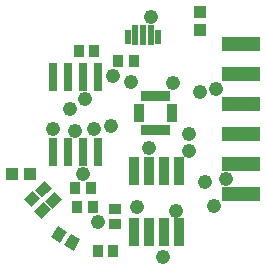
<source format=gts>
G75*
G70*
%OFA0B0*%
%FSLAX24Y24*%
%IPPOS*%
%LPD*%
%AMOC8*
5,1,8,0,0,1.08239X$1,22.5*
%
%ADD10R,0.0277X0.0946*%
%ADD11R,0.1261X0.0474*%
%ADD12R,0.0190X0.0356*%
%ADD13R,0.0356X0.0190*%
%ADD14R,0.0218X0.0513*%
%ADD15R,0.0218X0.0671*%
%ADD16R,0.0434X0.0356*%
%ADD17R,0.0356X0.0434*%
%ADD18R,0.0395X0.0395*%
%ADD19R,0.0320X0.0950*%
%ADD20C,0.0476*%
D10*
X004020Y006182D03*
X004520Y006182D03*
X005020Y006182D03*
X005520Y006182D03*
X005520Y008665D03*
X005024Y008665D03*
X004524Y008665D03*
X004024Y008665D03*
D11*
X010290Y008778D03*
X010290Y009778D03*
X010290Y007778D03*
X010290Y006778D03*
X010290Y005778D03*
X010290Y004778D03*
D12*
X007817Y006927D03*
X007620Y006927D03*
X007423Y006927D03*
X007227Y006927D03*
X007030Y006927D03*
X007030Y008030D03*
X007227Y008030D03*
X007423Y008030D03*
X007620Y008030D03*
X007817Y008030D03*
D13*
X007975Y007675D03*
X007975Y007479D03*
X007975Y007282D03*
X006872Y007282D03*
X006872Y007479D03*
X006872Y007675D03*
D14*
X006498Y010002D03*
X007522Y010002D03*
D15*
X007266Y010081D03*
X007010Y010081D03*
X006754Y010081D03*
D16*
X006061Y004294D03*
X006061Y003782D03*
D17*
G36*
X004175Y003710D02*
X004480Y003527D01*
X004257Y003156D01*
X003952Y003339D01*
X004175Y003710D01*
G37*
G36*
X004614Y003447D02*
X004919Y003264D01*
X004696Y002893D01*
X004391Y003076D01*
X004614Y003447D01*
G37*
X005498Y002880D03*
X006010Y002880D03*
X005329Y004349D03*
X004817Y004349D03*
X004750Y004975D03*
X005262Y004975D03*
G36*
X004073Y004837D02*
X004312Y004573D01*
X003991Y004283D01*
X003752Y004547D01*
X004073Y004837D01*
G37*
G36*
X003730Y005217D02*
X003969Y004953D01*
X003648Y004663D01*
X003409Y004927D01*
X003730Y005217D01*
G37*
G36*
X003356Y004884D02*
X003590Y004617D01*
X003264Y004332D01*
X003030Y004599D01*
X003356Y004884D01*
G37*
G36*
X003693Y004499D02*
X003927Y004232D01*
X003601Y003947D01*
X003367Y004214D01*
X003693Y004499D01*
G37*
X006191Y009215D03*
X006703Y009215D03*
X005392Y009534D03*
X004880Y009534D03*
D18*
X008896Y010238D03*
X008896Y010829D03*
X003242Y005451D03*
X002652Y005451D03*
D19*
X006705Y005560D03*
X007205Y005560D03*
X007705Y005560D03*
X008205Y005560D03*
X008205Y003500D03*
X007705Y003500D03*
X007205Y003500D03*
X006705Y003500D03*
D20*
X006794Y004349D03*
X005494Y003833D03*
X005018Y005435D03*
X004754Y006868D03*
X005376Y006931D03*
X005947Y007030D03*
X005061Y007947D03*
X004569Y007612D03*
X004022Y006951D03*
X006014Y008699D03*
X006597Y008526D03*
X008014Y008486D03*
X008916Y008164D03*
X009435Y008294D03*
X008526Y006774D03*
X008530Y006207D03*
X009089Y005175D03*
X009782Y005262D03*
X009392Y004384D03*
X008093Y004223D03*
X007660Y002664D03*
X007207Y006321D03*
X007270Y010683D03*
M02*

</source>
